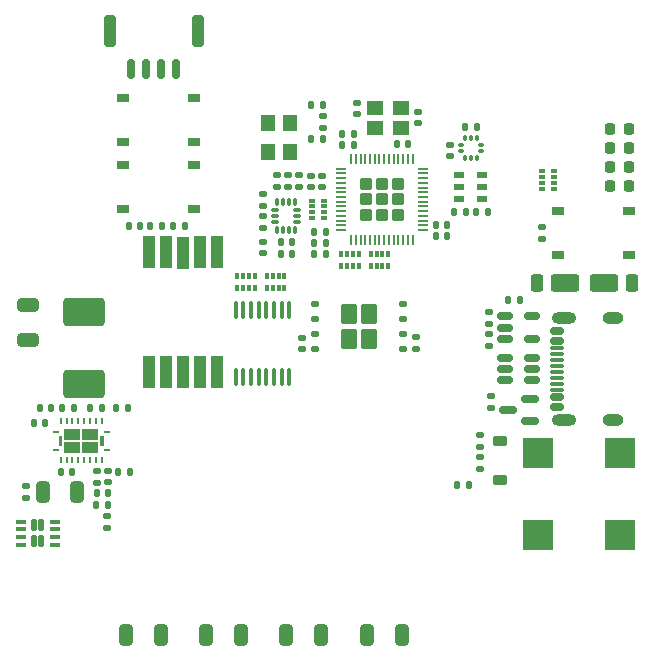
<source format=gbr>
%TF.GenerationSoftware,KiCad,Pcbnew,8.0.9-8.0.9-0~ubuntu24.04.1*%
%TF.CreationDate,2025-04-13T21:31:37+05:00*%
%TF.ProjectId,ThetaAnomalain,54686574-6141-46e6-9f6d-616c61696e2e,rev?*%
%TF.SameCoordinates,Original*%
%TF.FileFunction,Paste,Top*%
%TF.FilePolarity,Positive*%
%FSLAX46Y46*%
G04 Gerber Fmt 4.6, Leading zero omitted, Abs format (unit mm)*
G04 Created by KiCad (PCBNEW 8.0.9-8.0.9-0~ubuntu24.04.1) date 2025-04-13 21:31:37*
%MOMM*%
%LPD*%
G01*
G04 APERTURE LIST*
G04 Aperture macros list*
%AMRoundRect*
0 Rectangle with rounded corners*
0 $1 Rounding radius*
0 $2 $3 $4 $5 $6 $7 $8 $9 X,Y pos of 4 corners*
0 Add a 4 corners polygon primitive as box body*
4,1,4,$2,$3,$4,$5,$6,$7,$8,$9,$2,$3,0*
0 Add four circle primitives for the rounded corners*
1,1,$1+$1,$2,$3*
1,1,$1+$1,$4,$5*
1,1,$1+$1,$6,$7*
1,1,$1+$1,$8,$9*
0 Add four rect primitives between the rounded corners*
20,1,$1+$1,$2,$3,$4,$5,0*
20,1,$1+$1,$4,$5,$6,$7,0*
20,1,$1+$1,$6,$7,$8,$9,0*
20,1,$1+$1,$8,$9,$2,$3,0*%
G04 Aperture macros list end*
%ADD10C,0.000000*%
%ADD11RoundRect,0.218750X0.218750X0.256250X-0.218750X0.256250X-0.218750X-0.256250X0.218750X-0.256250X0*%
%ADD12RoundRect,0.135000X-0.185000X0.135000X-0.185000X-0.135000X0.185000X-0.135000X0.185000X0.135000X0*%
%ADD13O,0.599999X0.240000*%
%ADD14O,0.240000X0.599999*%
%ADD15RoundRect,0.135000X0.185000X-0.135000X0.185000X0.135000X-0.185000X0.135000X-0.185000X-0.135000X0*%
%ADD16RoundRect,0.250000X-0.325000X-0.650000X0.325000X-0.650000X0.325000X0.650000X-0.325000X0.650000X0*%
%ADD17R,1.000000X0.750000*%
%ADD18RoundRect,0.225000X-0.375000X0.225000X-0.375000X-0.225000X0.375000X-0.225000X0.375000X0.225000X0*%
%ADD19RoundRect,0.135000X-0.135000X-0.185000X0.135000X-0.185000X0.135000X0.185000X-0.135000X0.185000X0*%
%ADD20RoundRect,0.135000X0.135000X0.185000X-0.135000X0.185000X-0.135000X-0.185000X0.135000X-0.185000X0*%
%ADD21RoundRect,0.100000X-0.100000X0.637500X-0.100000X-0.637500X0.100000X-0.637500X0.100000X0.637500X0*%
%ADD22RoundRect,0.150000X0.587500X0.150000X-0.587500X0.150000X-0.587500X-0.150000X0.587500X-0.150000X0*%
%ADD23RoundRect,0.140000X0.140000X0.170000X-0.140000X0.170000X-0.140000X-0.170000X0.140000X-0.170000X0*%
%ADD24RoundRect,0.250000X-1.500000X0.925000X-1.500000X-0.925000X1.500000X-0.925000X1.500000X0.925000X0*%
%ADD25RoundRect,0.147500X0.172500X-0.147500X0.172500X0.147500X-0.172500X0.147500X-0.172500X-0.147500X0*%
%ADD26RoundRect,0.140000X0.170000X-0.140000X0.170000X0.140000X-0.170000X0.140000X-0.170000X-0.140000X0*%
%ADD27RoundRect,0.140000X-0.170000X0.140000X-0.170000X-0.140000X0.170000X-0.140000X0.170000X0.140000X0*%
%ADD28RoundRect,0.140000X-0.140000X-0.170000X0.140000X-0.170000X0.140000X0.170000X-0.140000X0.170000X0*%
%ADD29R,1.200000X1.400000*%
%ADD30R,1.000000X2.800000*%
%ADD31R,0.400000X0.500000*%
%ADD32R,0.300000X0.500000*%
%ADD33RoundRect,0.000000X-0.400000X-0.250000X0.400000X-0.250000X0.400000X0.250000X-0.400000X0.250000X0*%
%ADD34RoundRect,0.250000X0.650000X-0.325000X0.650000X0.325000X-0.650000X0.325000X-0.650000X-0.325000X0*%
%ADD35R,0.500000X0.400000*%
%ADD36R,0.500000X0.300000*%
%ADD37R,2.500000X2.500000*%
%ADD38RoundRect,0.087500X-0.087500X0.225000X-0.087500X-0.225000X0.087500X-0.225000X0.087500X0.225000X0*%
%ADD39RoundRect,0.087500X-0.225000X0.087500X-0.225000X-0.087500X0.225000X-0.087500X0.225000X0.087500X0*%
%ADD40RoundRect,0.150000X0.150000X0.700000X-0.150000X0.700000X-0.150000X-0.700000X0.150000X-0.700000X0*%
%ADD41RoundRect,0.250000X0.250000X1.100000X-0.250000X1.100000X-0.250000X-1.100000X0.250000X-1.100000X0*%
%ADD42RoundRect,0.150000X-0.512500X-0.150000X0.512500X-0.150000X0.512500X0.150000X-0.512500X0.150000X0*%
%ADD43R,1.400000X1.200000*%
%ADD44RoundRect,0.125000X-0.125000X-0.420000X0.125000X-0.420000X0.125000X0.420000X-0.125000X0.420000X0*%
%ADD45RoundRect,0.075000X-0.362500X-0.075000X0.362500X-0.075000X0.362500X0.075000X-0.362500X0.075000X0*%
%ADD46RoundRect,0.150000X0.512500X0.150000X-0.512500X0.150000X-0.512500X-0.150000X0.512500X-0.150000X0*%
%ADD47RoundRect,0.250000X-0.285000X-0.285000X0.285000X-0.285000X0.285000X0.285000X-0.285000X0.285000X0*%
%ADD48RoundRect,0.050000X-0.350000X-0.050000X0.350000X-0.050000X0.350000X0.050000X-0.350000X0.050000X0*%
%ADD49RoundRect,0.050000X-0.050000X-0.350000X0.050000X-0.350000X0.050000X0.350000X-0.050000X0.350000X0*%
%ADD50RoundRect,0.250000X0.435000X0.615000X-0.435000X0.615000X-0.435000X-0.615000X0.435000X-0.615000X0*%
%ADD51RoundRect,0.125000X0.200000X0.125000X-0.200000X0.125000X-0.200000X-0.125000X0.200000X-0.125000X0*%
%ADD52RoundRect,0.250000X-0.950000X-0.500000X0.950000X-0.500000X0.950000X0.500000X-0.950000X0.500000X0*%
%ADD53RoundRect,0.250000X-0.275000X-0.500000X0.275000X-0.500000X0.275000X0.500000X-0.275000X0.500000X0*%
%ADD54RoundRect,0.250000X0.950000X0.500000X-0.950000X0.500000X-0.950000X-0.500000X0.950000X-0.500000X0*%
%ADD55RoundRect,0.250000X0.275000X0.500000X-0.275000X0.500000X-0.275000X-0.500000X0.275000X-0.500000X0*%
%ADD56RoundRect,0.045000X0.205000X-0.105000X0.205000X0.105000X-0.205000X0.105000X-0.205000X-0.105000X0*%
%ADD57RoundRect,0.045000X0.105000X-0.205000X0.105000X0.205000X-0.105000X0.205000X-0.105000X-0.205000X0*%
%ADD58RoundRect,0.150000X0.425000X-0.150000X0.425000X0.150000X-0.425000X0.150000X-0.425000X-0.150000X0*%
%ADD59RoundRect,0.075000X0.500000X-0.075000X0.500000X0.075000X-0.500000X0.075000X-0.500000X-0.075000X0*%
%ADD60O,2.100000X1.000000*%
%ADD61O,1.800000X1.000000*%
%ADD62RoundRect,0.250000X0.325000X0.650000X-0.325000X0.650000X-0.325000X-0.650000X0.325000X-0.650000X0*%
G04 APERTURE END LIST*
D10*
%TO.C,U2*%
G36*
X78722003Y-110990081D02*
G01*
X78425004Y-110990081D01*
X78425004Y-110210080D01*
X78722003Y-110210080D01*
X78722003Y-110990081D01*
G37*
G36*
X80250004Y-111616999D02*
G01*
X78922003Y-111616999D01*
X78922003Y-110699998D01*
X80250004Y-110699998D01*
X80250004Y-111616999D01*
G37*
G36*
X80250004Y-110499998D02*
G01*
X78922003Y-110499998D01*
X78922003Y-109582997D01*
X80250004Y-109582997D01*
X80250004Y-110499998D01*
G37*
G36*
X81778002Y-111616999D02*
G01*
X80450001Y-111616999D01*
X80450001Y-110699998D01*
X81778002Y-110699998D01*
X81778002Y-111616999D01*
G37*
G36*
X81778002Y-110499998D02*
G01*
X80450001Y-110499998D01*
X80450001Y-109582997D01*
X81778002Y-109582997D01*
X81778002Y-110499998D01*
G37*
G36*
X82275001Y-110990081D02*
G01*
X81978001Y-110990081D01*
X81978001Y-110210080D01*
X82275001Y-110210080D01*
X82275001Y-110990081D01*
G37*
%TD*%
D11*
%TO.C,D8*%
X126687500Y-89000000D03*
X125112500Y-89000000D03*
%TD*%
D12*
%TO.C,R5*%
X81650000Y-113130080D03*
X81650000Y-114150080D03*
%TD*%
D13*
%TO.C,U2*%
X82500002Y-109850078D03*
D14*
X82099921Y-108949999D03*
X81599922Y-108949999D03*
X81099921Y-108949999D03*
X80599922Y-108949999D03*
X80099923Y-108949999D03*
X79599921Y-108949999D03*
X79099922Y-108949999D03*
X78599921Y-108949999D03*
D13*
X78200000Y-109850078D03*
X78200000Y-111350080D03*
D14*
X78599921Y-112249997D03*
X79099922Y-112249997D03*
X79599921Y-112249997D03*
X80099923Y-112249997D03*
X80599922Y-112249997D03*
X81099921Y-112249997D03*
X81599922Y-112249997D03*
X82099921Y-112249997D03*
D13*
X82500002Y-111350080D03*
%TD*%
D15*
%TO.C,R6*%
X114850000Y-102560000D03*
X114850000Y-101540000D03*
%TD*%
D16*
%TO.C,C29*%
X90925000Y-127000000D03*
X93875000Y-127000000D03*
%TD*%
D17*
%TO.C,SW3*%
X89900000Y-85275000D03*
X83900000Y-85275000D03*
X89900000Y-81525000D03*
X83900000Y-81525000D03*
%TD*%
D18*
%TO.C,D3*%
X115800000Y-110650000D03*
X115800000Y-113950000D03*
%TD*%
D19*
%TO.C,R7*%
X83490000Y-113250080D03*
X84510000Y-113250080D03*
%TD*%
D15*
%TO.C,R9*%
X114100000Y-113010000D03*
X114100000Y-111990000D03*
%TD*%
D20*
%TO.C,R13*%
X113200000Y-114350000D03*
X112180000Y-114350000D03*
%TD*%
D16*
%TO.C,C30*%
X97725000Y-127000000D03*
X100675000Y-127000000D03*
%TD*%
D17*
%TO.C,SW2*%
X89900000Y-90975000D03*
X83900000Y-90975000D03*
X89900000Y-87225000D03*
X83900000Y-87225000D03*
%TD*%
D21*
%TO.C,U9*%
X97975000Y-99475000D03*
X97325000Y-99475000D03*
X96675000Y-99475000D03*
X96025000Y-99475000D03*
X95375000Y-99475000D03*
X94725000Y-99475000D03*
X94075000Y-99475000D03*
X93425000Y-99475000D03*
X93425000Y-105200000D03*
X94075000Y-105200000D03*
X94725000Y-105200000D03*
X95375000Y-105200000D03*
X96025000Y-105200000D03*
X96675000Y-105200000D03*
X97325000Y-105200000D03*
X97975000Y-105200000D03*
%TD*%
D15*
%TO.C,R14*%
X115000000Y-107800000D03*
X115000000Y-106780000D03*
%TD*%
D12*
%TO.C,R8*%
X114100000Y-110090000D03*
X114100000Y-111110000D03*
%TD*%
D22*
%TO.C,Q1*%
X118337500Y-108950000D03*
X118337500Y-107050000D03*
X116462500Y-108000000D03*
%TD*%
D23*
%TO.C,C32*%
X79580000Y-113250080D03*
X78620000Y-113250080D03*
%TD*%
D24*
%TO.C,L2*%
X80600000Y-99725000D03*
X80600000Y-105775000D03*
%TD*%
D25*
%TO.C,L1*%
X99800000Y-89120000D03*
X99800000Y-88150000D03*
%TD*%
D26*
%TO.C,C2*%
X96900000Y-89080000D03*
X96900000Y-88120000D03*
%TD*%
D27*
%TO.C,C5*%
X100750000Y-88150000D03*
X100750000Y-89110000D03*
%TD*%
D28*
%TO.C,C1*%
X78740000Y-107850080D03*
X79700000Y-107850080D03*
%TD*%
D16*
%TO.C,C26*%
X84125000Y-127000000D03*
X87075000Y-127000000D03*
%TD*%
D28*
%TO.C,C15*%
X107040000Y-85450000D03*
X108000000Y-85450000D03*
%TD*%
D15*
%TO.C,R10*%
X95700000Y-90700000D03*
X95700000Y-89680000D03*
%TD*%
D20*
%TO.C,R12*%
X114750000Y-91200000D03*
X113730000Y-91200000D03*
%TD*%
D29*
%TO.C,Y2*%
X96150000Y-83700000D03*
X96150000Y-86100000D03*
X98050000Y-86100000D03*
X98050000Y-83700000D03*
%TD*%
D28*
%TO.C,C11*%
X102440000Y-85550000D03*
X103400000Y-85550000D03*
%TD*%
D27*
%TO.C,C37*%
X95700000Y-93770000D03*
X95700000Y-94730000D03*
%TD*%
D15*
%TO.C,R20*%
X75700000Y-115460000D03*
X75700000Y-114440000D03*
%TD*%
D30*
%TO.C,U8*%
X86120000Y-104740000D03*
X87560000Y-104730000D03*
X89000000Y-104750000D03*
X90440000Y-104740000D03*
X91880000Y-104740000D03*
X91880000Y-94640000D03*
X90440000Y-94640000D03*
X89000000Y-94650000D03*
X87560000Y-94630000D03*
X86120000Y-94640000D03*
%TD*%
D15*
%TO.C,R1*%
X82550000Y-117960000D03*
X82550000Y-116940000D03*
%TD*%
D11*
%TO.C,D7*%
X126687500Y-87400000D03*
X125112500Y-87400000D03*
%TD*%
D31*
%TO.C,RN6*%
X104850000Y-95750000D03*
D32*
X105350000Y-95750000D03*
X105850000Y-95750000D03*
D31*
X106350000Y-95750000D03*
X106350000Y-94750000D03*
D32*
X105850000Y-94750000D03*
X105350000Y-94750000D03*
D31*
X104850000Y-94750000D03*
%TD*%
D11*
%TO.C,D5*%
X126687500Y-84200000D03*
X125112500Y-84200000D03*
%TD*%
D28*
%TO.C,C20*%
X76320000Y-109050080D03*
X77280000Y-109050080D03*
%TD*%
D27*
%TO.C,C24*%
X95700000Y-91597500D03*
X95700000Y-92557500D03*
%TD*%
%TO.C,C16*%
X114850000Y-99720000D03*
X114850000Y-100680000D03*
%TD*%
D33*
%TO.C,U6*%
X112290000Y-88100000D03*
X112290000Y-89100000D03*
X112290000Y-90100000D03*
X114290000Y-90100000D03*
X114290000Y-89100000D03*
X114290000Y-88100000D03*
%TD*%
D34*
%TO.C,C9*%
X75850000Y-102075000D03*
X75850000Y-99125000D03*
%TD*%
D15*
%TO.C,R17*%
X108700000Y-102860000D03*
X108700000Y-101840000D03*
%TD*%
D20*
%TO.C,R15*%
X87210000Y-92400000D03*
X86190000Y-92400000D03*
%TD*%
D23*
%TO.C,C12*%
X117480000Y-98700000D03*
X116520000Y-98700000D03*
%TD*%
D28*
%TO.C,C6*%
X110370000Y-92300000D03*
X111330000Y-92300000D03*
%TD*%
D26*
%TO.C,C34*%
X99050000Y-102830000D03*
X99050000Y-101870000D03*
%TD*%
D28*
%TO.C,C7*%
X110370000Y-93250000D03*
X111330000Y-93250000D03*
%TD*%
D35*
%TO.C,RN1*%
X100900000Y-91750000D03*
D36*
X100900000Y-91250000D03*
X100900000Y-90750000D03*
D35*
X100900000Y-90250000D03*
X99900000Y-90250000D03*
D36*
X99900000Y-90750000D03*
X99900000Y-91250000D03*
D35*
X99900000Y-91750000D03*
%TD*%
D19*
%TO.C,R11*%
X111870000Y-91200000D03*
X112890000Y-91200000D03*
%TD*%
D20*
%TO.C,R16*%
X89100000Y-92400000D03*
X88080000Y-92400000D03*
%TD*%
D28*
%TO.C,C10*%
X102440000Y-84600000D03*
X103400000Y-84600000D03*
%TD*%
D37*
%TO.C,BZ1*%
X119000000Y-111600000D03*
X119000000Y-118600000D03*
X126000000Y-118600000D03*
X126000000Y-111600000D03*
%TD*%
D26*
%TO.C,C25*%
X111590000Y-86480000D03*
X111590000Y-85520000D03*
%TD*%
D38*
%TO.C,U5*%
X98450000Y-90387500D03*
X97950000Y-90387500D03*
X97450000Y-90387500D03*
X96950000Y-90387500D03*
D39*
X96787500Y-91050000D03*
X96787500Y-91550000D03*
X96787500Y-92050000D03*
D38*
X96950000Y-92712500D03*
X97450000Y-92712500D03*
X97950000Y-92712500D03*
X98450000Y-92712500D03*
D39*
X98612500Y-92050000D03*
X98612500Y-91550000D03*
X98612500Y-91050000D03*
%TD*%
D40*
%TO.C,J2*%
X88350000Y-79100000D03*
X87100000Y-79100000D03*
X85850000Y-79100000D03*
X84600000Y-79100000D03*
D41*
X90200000Y-75900000D03*
X82750000Y-75900000D03*
%TD*%
D42*
%TO.C,U1*%
X116262500Y-100050000D03*
X116262500Y-101000000D03*
X116262500Y-101950000D03*
X118537500Y-101950000D03*
X118537500Y-100050000D03*
%TD*%
D23*
%TO.C,C8*%
X101030000Y-94800000D03*
X100070000Y-94800000D03*
%TD*%
D28*
%TO.C,C19*%
X83320000Y-107850080D03*
X84280000Y-107850080D03*
%TD*%
D43*
%TO.C,Y1*%
X107380000Y-82385000D03*
X105180000Y-82385000D03*
X105180000Y-84085000D03*
X107380000Y-84085000D03*
%TD*%
D12*
%TO.C,R4*%
X119400000Y-92490000D03*
X119400000Y-93510000D03*
%TD*%
D17*
%TO.C,SW1*%
X126700000Y-94875000D03*
X120700000Y-94875000D03*
X126700000Y-91125000D03*
X120700000Y-91125000D03*
%TD*%
D28*
%TO.C,C21*%
X112860000Y-84050000D03*
X113820000Y-84050000D03*
%TD*%
D20*
%TO.C,R19*%
X101060000Y-92900000D03*
X100040000Y-92900000D03*
%TD*%
D23*
%TO.C,C33*%
X85310000Y-92400000D03*
X84350000Y-92400000D03*
%TD*%
%TO.C,C35*%
X100800000Y-85000000D03*
X99840000Y-85000000D03*
%TD*%
D31*
%TO.C,RN5*%
X93550000Y-97637500D03*
D32*
X94050000Y-97637500D03*
X94550000Y-97637500D03*
D31*
X95050000Y-97637500D03*
X95050000Y-96637500D03*
D32*
X94550000Y-96637500D03*
X94050000Y-96637500D03*
D31*
X93550000Y-96637500D03*
%TD*%
D44*
%TO.C,Q2*%
X76352500Y-117725000D03*
X76352500Y-119075000D03*
X76972500Y-117725000D03*
X76972500Y-119075000D03*
D45*
X78100000Y-117425000D03*
X78100000Y-118075000D03*
X78100000Y-118725000D03*
X78100000Y-119375000D03*
X75225000Y-117425000D03*
X75225000Y-118075000D03*
X75225000Y-118725000D03*
X75225000Y-119375000D03*
%TD*%
D46*
%TO.C,U3*%
X118537500Y-105450000D03*
X118537500Y-104500000D03*
X118537500Y-103550000D03*
X116262500Y-103550000D03*
X116262500Y-104500000D03*
X116262500Y-105450000D03*
%TD*%
D31*
%TO.C,RN4*%
X96050000Y-97637500D03*
D32*
X96550000Y-97637500D03*
X97050000Y-97637500D03*
D31*
X97550000Y-97637500D03*
X97550000Y-96637500D03*
D32*
X97050000Y-96637500D03*
X96550000Y-96637500D03*
D31*
X96050000Y-96637500D03*
%TD*%
D47*
%TO.C,U4*%
X104470000Y-88820000D03*
X104470000Y-90150000D03*
X104470000Y-91480000D03*
X105800000Y-88820000D03*
X105800000Y-90150000D03*
X105800000Y-91480000D03*
X107130000Y-88820000D03*
X107130000Y-90150000D03*
X107130000Y-91480000D03*
D48*
X102350000Y-87550000D03*
X102350000Y-87950000D03*
X102350000Y-88350000D03*
X102350000Y-88750000D03*
X102350000Y-89150000D03*
X102350000Y-89550000D03*
X102350000Y-89950000D03*
X102350000Y-90350000D03*
X102350000Y-90750000D03*
X102350000Y-91150000D03*
X102350000Y-91550000D03*
X102350000Y-91950000D03*
X102350000Y-92350000D03*
X102350000Y-92750000D03*
D49*
X103200000Y-93600000D03*
X103600000Y-93600000D03*
X104000000Y-93600000D03*
X104400000Y-93600000D03*
X104800000Y-93600000D03*
X105200000Y-93600000D03*
X105600000Y-93600000D03*
X106000000Y-93600000D03*
X106400000Y-93600000D03*
X106800000Y-93600000D03*
X107200000Y-93600000D03*
X107600000Y-93600000D03*
X108000000Y-93600000D03*
X108400000Y-93600000D03*
D48*
X109250000Y-92750000D03*
X109250000Y-92350000D03*
X109250000Y-91950000D03*
X109250000Y-91550000D03*
X109250000Y-91150000D03*
X109250000Y-90750000D03*
X109250000Y-90350000D03*
X109250000Y-89950000D03*
X109250000Y-89550000D03*
X109250000Y-89150000D03*
X109250000Y-88750000D03*
X109250000Y-88350000D03*
X109250000Y-87950000D03*
X109250000Y-87550000D03*
D49*
X108400000Y-86700000D03*
X108000000Y-86700000D03*
X107600000Y-86700000D03*
X107200000Y-86700000D03*
X106800000Y-86700000D03*
X106400000Y-86700000D03*
X106000000Y-86700000D03*
X105600000Y-86700000D03*
X105200000Y-86700000D03*
X104800000Y-86700000D03*
X104400000Y-86700000D03*
X104000000Y-86700000D03*
X103600000Y-86700000D03*
X103200000Y-86700000D03*
%TD*%
D23*
%TO.C,C13*%
X82600000Y-115050080D03*
X81640000Y-115050080D03*
%TD*%
D26*
%TO.C,C18*%
X82600000Y-114110080D03*
X82600000Y-113150080D03*
%TD*%
D50*
%TO.C,U10*%
X104700000Y-102000000D03*
X104700000Y-99850000D03*
X103000000Y-102000000D03*
X103000000Y-99850000D03*
D51*
X107600000Y-102830000D03*
X107600000Y-101560000D03*
X107600000Y-100290000D03*
X107600000Y-99020000D03*
X100100000Y-99020000D03*
X100100000Y-100290000D03*
X100100000Y-101560000D03*
X100100000Y-102830000D03*
%TD*%
D23*
%TO.C,C17*%
X77800000Y-107850080D03*
X76840000Y-107850080D03*
%TD*%
D28*
%TO.C,C22*%
X97220000Y-93787500D03*
X98180000Y-93787500D03*
%TD*%
D52*
%TO.C,D2*%
X121275000Y-97200000D03*
D53*
X118900000Y-97200000D03*
%TD*%
D54*
%TO.C,D1*%
X124600000Y-97200000D03*
D55*
X126975000Y-97200000D03*
%TD*%
D25*
%TO.C,L3*%
X100800000Y-84085000D03*
X100800000Y-83115000D03*
%TD*%
D56*
%TO.C,U7*%
X112469000Y-85531000D03*
X112469000Y-86031000D03*
D57*
X112840000Y-86650000D03*
X113340000Y-86650000D03*
X113840000Y-86650000D03*
D56*
X114211000Y-86031000D03*
X114211000Y-85531000D03*
D57*
X113840000Y-84912000D03*
X113340000Y-84912000D03*
X112840000Y-84912000D03*
%TD*%
D28*
%TO.C,C23*%
X97220000Y-94737500D03*
X98180000Y-94737500D03*
%TD*%
D31*
%TO.C,RN3*%
X103850000Y-94750000D03*
D32*
X103350000Y-94750000D03*
X102850000Y-94750000D03*
D31*
X102350000Y-94750000D03*
X102350000Y-95750000D03*
D32*
X102850000Y-95750000D03*
X103350000Y-95750000D03*
D31*
X103850000Y-95750000D03*
%TD*%
D58*
%TO.C,J1*%
X120620000Y-107700000D03*
X120620000Y-106900000D03*
D59*
X120620000Y-105750000D03*
X120620000Y-104750000D03*
X120620000Y-104250000D03*
X120620000Y-103250000D03*
D58*
X120620000Y-102100000D03*
X120620000Y-101300000D03*
X120620000Y-101300000D03*
X120620000Y-102100000D03*
D59*
X120620000Y-102750000D03*
X120620000Y-103750000D03*
X120620000Y-105250000D03*
X120620000Y-106250000D03*
D58*
X120620000Y-106900000D03*
X120620000Y-107700000D03*
D60*
X121195000Y-108820000D03*
D61*
X125375000Y-108820000D03*
D60*
X121195000Y-100180000D03*
D61*
X125375000Y-100180000D03*
%TD*%
D23*
%TO.C,C36*%
X100780000Y-82200000D03*
X99820000Y-82200000D03*
%TD*%
D19*
%TO.C,R18*%
X100040000Y-93850000D03*
X101060000Y-93850000D03*
%TD*%
D16*
%TO.C,C31*%
X104525000Y-127000000D03*
X107475000Y-127000000D03*
%TD*%
D19*
%TO.C,R3*%
X81580000Y-116000080D03*
X82600000Y-116000080D03*
%TD*%
D35*
%TO.C,RN2*%
X120400000Y-89250000D03*
D36*
X120400000Y-88750000D03*
X120400000Y-88250000D03*
D35*
X120400000Y-87750000D03*
X119400000Y-87750000D03*
D36*
X119400000Y-88250000D03*
X119400000Y-88750000D03*
D35*
X119400000Y-89250000D03*
%TD*%
D26*
%TO.C,C4*%
X98800000Y-89080000D03*
X98800000Y-88120000D03*
%TD*%
D19*
%TO.C,R2*%
X81090000Y-107850080D03*
X82110000Y-107850080D03*
%TD*%
D62*
%TO.C,C14*%
X80025000Y-114950080D03*
X77075000Y-114950080D03*
%TD*%
D26*
%TO.C,C3*%
X97850000Y-89080000D03*
X97850000Y-88120000D03*
%TD*%
D11*
%TO.C,D6*%
X126687500Y-85800000D03*
X125112500Y-85800000D03*
%TD*%
D26*
%TO.C,C27*%
X103680000Y-82945000D03*
X103680000Y-81985000D03*
%TD*%
D27*
%TO.C,C28*%
X108880000Y-82755000D03*
X108880000Y-83715000D03*
%TD*%
M02*

</source>
